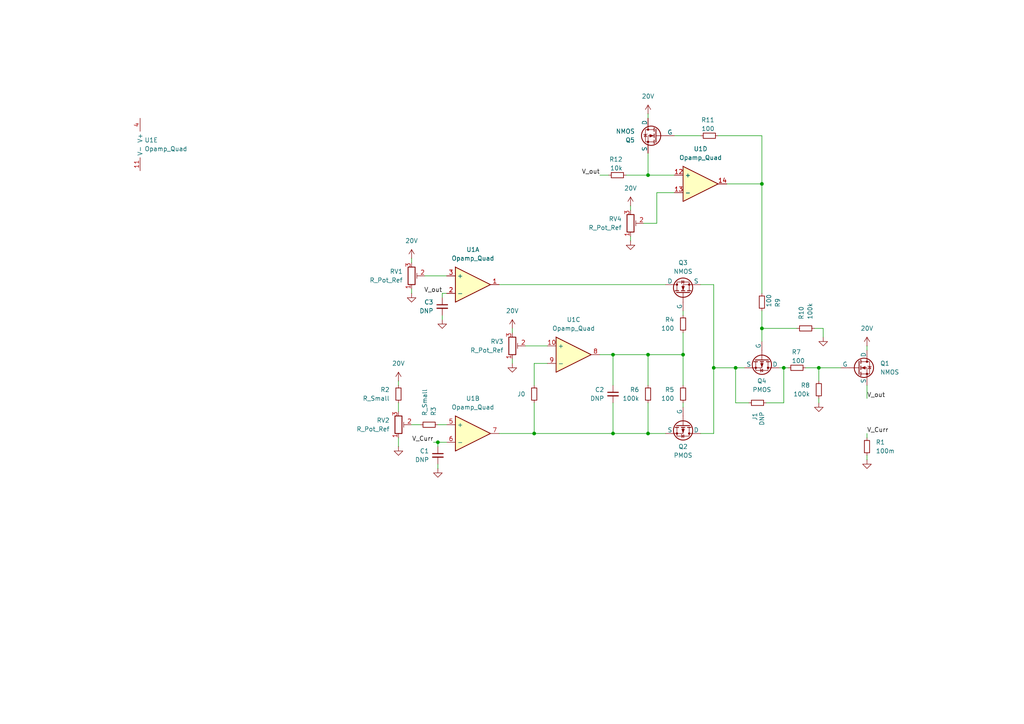
<source format=kicad_sch>
(kicad_sch (version 20231120) (generator "eeschema") (generator_version "8.0")
  (paper "A4")
  (lib_symbols
    (symbol "Device:C_Small" (pin_numbers hide) (pin_names (offset 0.254) hide)
      (property "Reference" "C" (at 0.254 1.778 0))
      (property "Value" "C_Small" (at 0.254 -2.032 0))
      (symbol "C_Small_0_1"
        (polyline (pts (xy -1.524 -0.508) (xy 1.524 -0.508)) (stroke (width 0.3302)))
        (polyline (pts (xy -1.524 0.508) (xy 1.524 0.508)) (stroke (width 0.3048)))
      )
      (symbol "C_Small_1_1"
        (pin passive line (at 0 2.54 270) (length 2.032) (name "~") (number "1"))
        (pin passive line (at 0 -2.54 90) (length 2.032) (name "~") (number "2"))
      )
    )
    (symbol "Device:Opamp_Quad"
      (property "Reference" "U" (at 0 5.08 0))
      (property "Value" "Opamp_Quad" (at 0 -5.08 0))
      (symbol "Opamp_Quad_1_1"
        (polyline (pts (xy -5.08 5.08) (xy 5.08 0) (xy -5.08 -5.08) (xy -5.08 5.08)) (stroke (width 0.254)) (fill (type background)))
        (pin output line (at 7.62 0 180) (length 2.54) (name "~") (number "1"))
        (pin input line (at -7.62 -2.54 0) (length 2.54) (name "-") (number "2"))
        (pin input line (at -7.62 2.54 0) (length 2.54) (name "+") (number "3"))
      )
      (symbol "Opamp_Quad_2_1"
        (polyline (pts (xy -5.08 5.08) (xy 5.08 0) (xy -5.08 -5.08) (xy -5.08 5.08)) (stroke (width 0.254)) (fill (type background)))
        (pin input line (at -7.62 2.54 0) (length 2.54) (name "+") (number "5"))
        (pin input line (at -7.62 -2.54 0) (length 2.54) (name "-") (number "6"))
        (pin output line (at 7.62 0 180) (length 2.54) (name "~") (number "7"))
      )
      (symbol "Opamp_Quad_3_1"
        (polyline (pts (xy -5.08 5.08) (xy 5.08 0) (xy -5.08 -5.08) (xy -5.08 5.08)) (stroke (width 0.254)) (fill (type background)))
        (pin input line (at -7.62 2.54 0) (length 2.54) (name "+") (number "10"))
        (pin output line (at 7.62 0 180) (length 2.54) (name "~") (number "8"))
        (pin input line (at -7.62 -2.54 0) (length 2.54) (name "-") (number "9"))
      )
      (symbol "Opamp_Quad_4_1"
        (polyline (pts (xy -5.08 5.08) (xy 5.08 0) (xy -5.08 -5.08) (xy -5.08 5.08)) (stroke (width 0.254)) (fill (type background)))
        (pin input line (at -7.62 2.54 0) (length 2.54) (name "+") (number "12"))
        (pin input line (at -7.62 -2.54 0) (length 2.54) (name "-") (number "13"))
        (pin output line (at 7.62 0 180) (length 2.54) (name "~") (number "14"))
      )
      (symbol "Opamp_Quad_5_1"
        (pin power_in line (at -2.54 -7.62 90) (length 3.81) (name "V-") (number "11"))
        (pin power_in line (at -2.54 7.62 270) (length 3.81) (name "V+") (number "4"))
      )
    )
    (symbol "Device:R_Potentiometer_Trim" (pin_names (offset 1.016) hide)
      (property "Reference" "RV" (at -4.445 0 90))
      (property "Value" "R_Potentiometer_Trim" (at -2.54 0 90))
      (symbol "R_Potentiometer_Trim_0_1"
        (polyline (pts (xy 1.524 0.762) (xy 1.524 -0.762)))
        (polyline (pts (xy 2.54 0) (xy 1.524 0)))
        (rectangle (start 1.016 2.54) (end -1.016 -2.54) (stroke (width 0.254)))
      )
      (symbol "R_Potentiometer_Trim_1_1"
        (pin passive line (at 0 3.81 270) (length 1.27) (name "1") (number "1"))
        (pin passive line (at 3.81 0 180) (length 1.27) (name "2") (number "2"))
        (pin passive line (at 0 -3.81 90) (length 1.27) (name "3") (number "3"))
      )
    )
    (symbol "Device:R_Small" (pin_numbers hide) (pin_names (offset 0.254) hide)
      (property "Reference" "R" (at 0.762 0.508 0))
      (property "Value" "R_Small" (at 0.762 -1.016 0))
      (symbol "R_Small_0_1"
        (rectangle (start -0.762 1.778) (end 0.762 -1.778) (stroke (width 0.2032)))
      )
      (symbol "R_Small_1_1"
        (pin passive line (at 0 2.54 270) (length 0.762) (name "~") (number "1"))
        (pin passive line (at 0 -2.54 90) (length 0.762) (name "~") (number "2"))
      )
    )
    (symbol "Simulation_SPICE:NMOS" (pin_numbers hide) (pin_names (offset 0))
      (property "Reference" "Q" (at 5.08 1.27 0))
      (property "Value" "NMOS" (at 5.08 -1.27 0))
      (symbol "NMOS_0_1"
        (polyline (pts (xy 0.254 0) (xy -2.54 0)))
        (polyline (pts (xy 0.254 1.905) (xy 0.254 -1.905)) (stroke (width 0.254)))
        (polyline (pts (xy 0.762 -1.27) (xy 0.762 -2.286)) (stroke (width 0.254)))
        (polyline (pts (xy 0.762 0.508) (xy 0.762 -0.508)) (stroke (width 0.254)))
        (polyline (pts (xy 0.762 2.286) (xy 0.762 1.27)) (stroke (width 0.254)))
        (polyline (pts (xy 2.54 2.54) (xy 2.54 1.778)))
        (polyline (pts (xy 2.54 -2.54) (xy 2.54 0) (xy 0.762 0)))
        (polyline (pts (xy 0.762 -1.778) (xy 3.302 -1.778) (xy 3.302 1.778) (xy 0.762 1.778)))
        (polyline (pts (xy 1.016 0) (xy 2.032 0.381) (xy 2.032 -0.381) (xy 1.016 0)) (fill (type outline)))
        (polyline (pts (xy 2.794 0.508) (xy 2.921 0.381) (xy 3.683 0.381) (xy 3.81 0.254)))
        (polyline (pts (xy 3.302 0.381) (xy 2.921 -0.254) (xy 3.683 -0.254) (xy 3.302 0.381)))
        (circle (center 1.651 0) (radius 2.794) (stroke (width 0.254)))
        (circle (center 2.54 -1.778) (radius 0.254) (fill (type outline)))
        (circle (center 2.54 1.778) (radius 0.254) (fill (type outline)))
      )
      (symbol "NMOS_1_1"
        (pin passive line (at 2.54 5.08 270) (length 2.54) (name "D") (number "1"))
        (pin input line (at -5.08 0 0) (length 2.54) (name "G") (number "2"))
        (pin passive line (at 2.54 -5.08 90) (length 2.54) (name "S") (number "3"))
      )
    )
    (symbol "Simulation_SPICE:PMOS" (pin_numbers hide) (pin_names (offset 0))
      (property "Reference" "Q" (at 5.08 1.27 0))
      (property "Value" "PMOS" (at 5.08 -1.27 0))
      (symbol "PMOS_0_1"
        (polyline (pts (xy 0.254 0) (xy -2.54 0)))
        (polyline (pts (xy 0.254 1.905) (xy 0.254 -1.905)) (stroke (width 0.254)))
        (polyline (pts (xy 0.762 -1.27) (xy 0.762 -2.286)) (stroke (width 0.254)))
        (polyline (pts (xy 0.762 0.508) (xy 0.762 -0.508)) (stroke (width 0.254)))
        (polyline (pts (xy 0.762 2.286) (xy 0.762 1.27)) (stroke (width 0.254)))
        (polyline (pts (xy 2.54 2.54) (xy 2.54 1.778)))
        (polyline (pts (xy 2.54 -2.54) (xy 2.54 0) (xy 0.762 0)))
        (polyline (pts (xy 0.762 1.778) (xy 3.302 1.778) (xy 3.302 -1.778) (xy 0.762 -1.778)))
        (polyline (pts (xy 2.286 0) (xy 1.27 0.381) (xy 1.27 -0.381) (xy 2.286 0)) (fill (type outline)))
        (polyline (pts (xy 2.794 -0.508) (xy 2.921 -0.381) (xy 3.683 -0.381) (xy 3.81 -0.254)))
        (polyline (pts (xy 3.302 -0.381) (xy 2.921 0.254) (xy 3.683 0.254) (xy 3.302 -0.381)))
        (circle (center 1.651 0) (radius 2.794) (stroke (width 0.254)))
        (circle (center 2.54 -1.778) (radius 0.254) (fill (type outline)))
        (circle (center 2.54 1.778) (radius 0.254) (fill (type outline)))
      )
      (symbol "PMOS_1_1"
        (pin passive line (at 2.54 5.08 270) (length 2.54) (name "D") (number "1"))
        (pin input line (at -5.08 0 0) (length 2.54) (name "G") (number "2"))
        (pin passive line (at 2.54 -5.08 90) (length 2.54) (name "S") (number "3"))
      )
    )
    (symbol "power:+1V0" (power) (pin_numbers hide) (pin_names (offset 0) hide)
      (property "Value" "+1V0" (at 0 3.556 0))
      (symbol "+1V0_0_1"
        (polyline (pts (xy -0.762 1.27) (xy 0 2.54)))
        (polyline (pts (xy 0 0) (xy 0 2.54)))
        (polyline (pts (xy 0 2.54) (xy 0.762 1.27)))
      )
      (symbol "+1V0_1_1"
        (pin power_in line (at 0 0 90) (length 0) (name "~") (number "1"))
      )
    )
    (symbol "power:GND" (power) (pin_numbers hide) (pin_names (offset 0) hide)
      (property "Value" "GND" (at 0 -3.81 0))
      (symbol "GND_0_1"
        (polyline (pts (xy 0 0) (xy 0 -1.27) (xy 1.27 -1.27) (xy 0 -2.54) (xy -1.27 -1.27) (xy 0 -1.27)))
      )
      (symbol "GND_1_1"
        (pin power_in line (at 0 0 270) (length 0) (name "~") (number "1"))
      )
    )
  )
  (junction (at 213.36 106.68))
  (junction (at 187.96 102.87))
  (junction (at 198.12 102.87))
  (junction (at 207.01 106.68))
  (junction (at 220.98 95.25))
  (junction (at 187.96 125.73))
  (junction (at 177.8 102.87))
  (junction (at 220.98 53.34))
  (junction (at 237.49 106.68))
  (junction (at 154.94 125.73))
  (junction (at 187.96 50.8))
  (junction (at 177.8 125.73))
  (junction (at 227.33 106.68))
  (junction (at 127 128.27))
  (wire (pts (xy 187.96 44.45) (xy 187.96 50.8)))
  (wire (pts (xy 128.27 85.09) (xy 128.27 86.36)))
  (wire (pts (xy 148.59 105.41) (xy 148.59 104.14)))
  (wire (pts (xy 128.27 85.09) (xy 129.54 85.09)))
  (wire (pts (xy 238.76 95.25) (xy 236.22 95.25)))
  (wire (pts (xy 187.96 33.02) (xy 187.96 34.29)))
  (wire (pts (xy 203.2 39.37) (xy 195.58 39.37)))
  (wire (pts (xy 154.94 116.84) (xy 154.94 125.73)))
  (wire (pts (xy 220.98 90.17) (xy 220.98 95.25)))
  (wire (pts (xy 154.94 105.41) (xy 154.94 111.76)))
  (wire (pts (xy 115.57 116.84) (xy 115.57 119.38)))
  (wire (pts (xy 198.12 91.44) (xy 198.12 90.17)))
  (wire (pts (xy 198.12 116.84) (xy 198.12 118.11)))
  (wire (pts (xy 158.75 105.41) (xy 154.94 105.41)))
  (wire (pts (xy 251.46 100.33) (xy 251.46 101.6)))
  (wire (pts (xy 193.04 125.73) (xy 187.96 125.73)))
  (wire (pts (xy 177.8 116.84) (xy 177.8 125.73)))
  (wire (pts (xy 213.36 116.84) (xy 213.36 106.68)))
  (wire (pts (xy 213.36 106.68) (xy 215.9 106.68)))
  (wire (pts (xy 233.68 106.68) (xy 237.49 106.68)))
  (wire (pts (xy 177.8 102.87) (xy 177.8 111.76)))
  (wire (pts (xy 227.33 106.68) (xy 228.6 106.68)))
  (wire (pts (xy 127 123.19) (xy 129.54 123.19)))
  (wire (pts (xy 198.12 102.87) (xy 198.12 111.76)))
  (wire (pts (xy 123.19 80.01) (xy 129.54 80.01)))
  (wire (pts (xy 251.46 133.35) (xy 251.46 132.08)))
  (wire (pts (xy 173.99 50.8) (xy 176.53 50.8)))
  (wire (pts (xy 144.78 125.73) (xy 154.94 125.73)))
  (wire (pts (xy 182.88 59.69) (xy 182.88 60.96)))
  (wire (pts (xy 226.06 106.68) (xy 227.33 106.68)))
  (wire (pts (xy 177.8 125.73) (xy 187.96 125.73)))
  (wire (pts (xy 173.99 102.87) (xy 177.8 102.87)))
  (wire (pts (xy 251.46 127) (xy 251.46 125.73)))
  (wire (pts (xy 181.61 50.8) (xy 187.96 50.8)))
  (wire (pts (xy 190.5 55.88) (xy 195.58 55.88)))
  (wire (pts (xy 237.49 115.57) (xy 237.49 116.84)))
  (wire (pts (xy 127 128.27) (xy 127 129.54)))
  (wire (pts (xy 187.96 125.73) (xy 187.96 116.84)))
  (wire (pts (xy 217.17 116.84) (xy 213.36 116.84)))
  (wire (pts (xy 128.27 92.71) (xy 128.27 91.44)))
  (wire (pts (xy 220.98 53.34) (xy 220.98 85.09)))
  (wire (pts (xy 220.98 95.25) (xy 231.14 95.25)))
  (wire (pts (xy 148.59 95.25) (xy 148.59 96.52)))
  (wire (pts (xy 220.98 39.37) (xy 208.28 39.37)))
  (wire (pts (xy 203.2 82.55) (xy 207.01 82.55)))
  (wire (pts (xy 220.98 53.34) (xy 210.82 53.34)))
  (wire (pts (xy 144.78 82.55) (xy 193.04 82.55)))
  (wire (pts (xy 207.01 106.68) (xy 207.01 125.73)))
  (wire (pts (xy 227.33 106.68) (xy 227.33 116.84)))
  (wire (pts (xy 115.57 129.54) (xy 115.57 127)))
  (wire (pts (xy 190.5 64.77) (xy 190.5 55.88)))
  (wire (pts (xy 127 134.62) (xy 127 135.89)))
  (wire (pts (xy 198.12 96.52) (xy 198.12 102.87)))
  (wire (pts (xy 207.01 82.55) (xy 207.01 106.68)))
  (wire (pts (xy 220.98 95.25) (xy 220.98 99.06)))
  (wire (pts (xy 190.5 64.77) (xy 186.69 64.77)))
  (wire (pts (xy 154.94 125.73) (xy 177.8 125.73)))
  (wire (pts (xy 119.38 123.19) (xy 121.92 123.19)))
  (wire (pts (xy 182.88 69.85) (xy 182.88 68.58)))
  (wire (pts (xy 237.49 110.49) (xy 237.49 106.68)))
  (wire (pts (xy 187.96 102.87) (xy 198.12 102.87)))
  (wire (pts (xy 127 128.27) (xy 125.73 128.27)))
  (wire (pts (xy 251.46 111.76) (xy 251.46 115.57)))
  (wire (pts (xy 220.98 39.37) (xy 220.98 53.34)))
  (wire (pts (xy 237.49 106.68) (xy 243.84 106.68)))
  (wire (pts (xy 115.57 110.49) (xy 115.57 111.76)))
  (wire (pts (xy 129.54 128.27) (xy 127 128.27)))
  (wire (pts (xy 227.33 116.84) (xy 222.25 116.84)))
  (wire (pts (xy 177.8 102.87) (xy 187.96 102.87)))
  (wire (pts (xy 238.76 97.79) (xy 238.76 95.25)))
  (wire (pts (xy 203.2 125.73) (xy 207.01 125.73)))
  (wire (pts (xy 152.4 100.33) (xy 158.75 100.33)))
  (wire (pts (xy 187.96 111.76) (xy 187.96 102.87)))
  (wire (pts (xy 207.01 106.68) (xy 213.36 106.68)))
  (wire (pts (xy 187.96 50.8) (xy 195.58 50.8)))
  (wire (pts (xy 119.38 85.09) (xy 119.38 83.82)))
  (wire (pts (xy 119.38 74.93) (xy 119.38 76.2)))
  (label "V_Curr" (at 125.73 128.27 180))
  (label "V_Curr" (at 251.46 125.73 0))
  (label "V_out" (at 173.99 50.8 180))
  (label "V_out" (at 128.27 85.09 180))
  (label "V_out" (at 251.46 115.57 0))
  (symbol (lib_id "power:GND") (at 251.46 133.35 0) (unit 1)
    (property "Reference" "#PWR03" (effects (hide yes)))
    (property "Value" "GND" (effects (hide yes)))
    (property "Description" "Power symbol creates a global label with name \"GND\" , ground" (effects (hide yes)))
  )
  (symbol (lib_id "Device:R_Potentiometer_Trim") (at 182.88 64.77 0) (mirror x) (unit 1)
    (property "Reference" "RV4" (at 180.34 63.4999 0) (effects (justify right)))
    (property "Value" "R_Pot_Ref" (at 180.34 66.0399 0) (effects (justify right)))
    (property "Description" "Trim-potentiometer" (effects (hide yes)))
  )
  (symbol (lib_id "Simulation_SPICE:PMOS") (at 198.12 123.19 270) (unit 1)
    (property "Reference" "Q2" (at 198.12 129.54 90))
    (property "Value" "PMOS" (at 198.12 132.08 90))
    (property "Datasheet" "https://ngspice.sourceforge.io/docs/ngspice-html-manual/manual.xhtml#cha_MOSFETs" (effects (hide yes)))
    (property "Description" "P-MOSFET transistor, drain/source/gate" (effects (hide yes)))
    (property "Sim.Device" "PMOS" (effects (hide yes)))
    (property "Sim.Type" "VDMOS" (effects (hide yes)))
    (property "Sim.Pins" "1=D 2=G 3=S" (effects (hide yes)))
  )
  (symbol (lib_id "power:GND") (at 127 135.89 0) (unit 1)
    (property "Reference" "#PWR04" (effects (hide yes)))
    (property "Value" "GND" (effects (hide yes)))
    (property "Description" "Power symbol creates a global label with name \"GND\" , ground" (effects (hide yes)))
  )
  (symbol (lib_id "power:+1V0") (at 182.88 59.69 0) (unit 1)
    (property "Reference" "#PWR012" (effects (hide yes)))
    (property "Value" "20V" (at 182.88 54.61 0))
    (property "Description" "Power symbol creates a global label with name \"+1V0\"" (effects (hide yes)))
  )
  (symbol (lib_id "Device:R_Small") (at 233.68 95.25 90) (unit 1)
    (property "Reference" "R10" (at 232.4099 92.71 0) (effects (justify left)))
    (property "Value" "100k" (at 234.9499 92.71 0) (effects (justify left)))
    (property "Footprint" "Resistor_SMD:R_0603_1608Metric" (effects (hide yes)))
    (property "Description" "Resistor, small symbol" (effects (hide yes)))
  )
  (symbol (lib_id "Device:R_Small") (at 251.46 129.54 0) (unit 1)
    (property "Reference" "R1" (at 254 128.2699 0) (effects (justify left)))
    (property "Value" "100m" (at 254 130.8099 0) (effects (justify left)))
    (property "Description" "Resistor, small symbol" (effects (hide yes)))
  )
  (symbol (lib_id "Simulation_SPICE:NMOS") (at 190.5 39.37 0) (mirror y) (unit 1)
    (property "Reference" "Q5" (at 184.15 40.6401 0) (effects (justify left)))
    (property "Value" "NMOS" (at 184.15 38.1001 0) (effects (justify left)))
    (property "Datasheet" "https://ngspice.sourceforge.io/docs/ngspice-html-manual/manual.xhtml#cha_MOSFETs" (effects (hide yes)))
    (property "Description" "N-MOSFET transistor, drain/source/gate" (effects (hide yes)))
    (property "Sim.Device" "NMOS" (effects (hide yes)))
    (property "Sim.Type" "VDMOS" (effects (hide yes)))
    (property "Sim.Pins" "1=D 2=G 3=S" (effects (hide yes)))
  )
  (symbol (lib_id "Simulation_SPICE:PMOS") (at 220.98 104.14 270) (unit 1)
    (property "Reference" "Q4" (at 220.98 110.49 90))
    (property "Value" "PMOS" (at 220.98 113.03 90))
    (property "Datasheet" "https://ngspice.sourceforge.io/docs/ngspice-html-manual/manual.xhtml#cha_MOSFETs" (effects (hide yes)))
    (property "Description" "P-MOSFET transistor, drain/source/gate" (effects (hide yes)))
    (property "Sim.Device" "PMOS" (effects (hide yes)))
    (property "Sim.Type" "VDMOS" (effects (hide yes)))
    (property "Sim.Pins" "1=D 2=G 3=S" (effects (hide yes)))
  )
  (symbol (lib_id "Device:C_Small") (at 177.8 114.3 0) (mirror y) (unit 1)
    (property "Reference" "C2" (at 175.26 113.0362 0) (effects (justify left)))
    (property "Value" "DNP" (at 175.26 115.5762 0) (effects (justify left)))
    (property "Footprint" "Capacitor_SMD:C_0603_1608Metric" (effects (hide yes)))
    (property "Description" "Unpolarized capacitor, small symbol" (effects (hide yes)))
  )
  (symbol (lib_id "Device:R_Small") (at 198.12 114.3 0) (mirror y) (unit 1)
    (property "Reference" "R5" (at 195.58 113.0299 0) (effects (justify left)))
    (property "Value" "100" (at 195.58 115.5699 0) (effects (justify left)))
    (property "Footprint" "Resistor_SMD:R_0603_1608Metric" (effects (hide yes)))
    (property "Description" "Resistor, small symbol" (effects (hide yes)))
  )
  (symbol (lib_id "Simulation_SPICE:NMOS") (at 248.92 106.68 0) (unit 1)
    (property "Reference" "Q1" (at 255.27 105.4099 0) (effects (justify left)))
    (property "Value" "NMOS" (at 255.27 107.9499 0) (effects (justify left)))
    (property "Datasheet" "https://ngspice.sourceforge.io/docs/ngspice-html-manual/manual.xhtml#cha_MOSFETs" (effects (hide yes)))
    (property "Description" "N-MOSFET transistor, drain/source/gate" (effects (hide yes)))
    (property "Sim.Device" "NMOS" (effects (hide yes)))
    (property "Sim.Type" "VDMOS" (effects (hide yes)))
    (property "Sim.Pins" "1=D 2=G 3=S" (effects (hide yes)))
  )
  (symbol (lib_id "Device:R_Small") (at 198.12 93.98 0) (mirror y) (unit 1)
    (property "Reference" "R4" (at 195.58 92.7099 0) (effects (justify left)))
    (property "Value" "100" (at 195.58 95.2499 0) (effects (justify left)))
    (property "Footprint" "Resistor_SMD:R_0603_1608Metric" (effects (hide yes)))
    (property "Description" "Resistor, small symbol" (effects (hide yes)))
  )
  (symbol (lib_id "power:GND") (at 238.76 97.79 0) (mirror y) (unit 1)
    (property "Reference" "#PWR014" (effects (hide yes)))
    (property "Value" "GND" (effects (hide yes)))
    (property "Description" "Power symbol creates a global label with name \"GND\" , ground" (effects (hide yes)))
  )
  (symbol (lib_id "Device:R_Small") (at 124.46 123.19 270) (mirror x) (unit 1)
    (property "Reference" "R3" (at 125.7301 120.65 0) (effects (justify left)))
    (property "Value" "R_Small" (at 123.1901 120.65 0) (effects (justify left)))
    (property "Footprint" "Resistor_SMD:R_0603_1608Metric" (effects (hide yes)))
    (property "Description" "Resistor, small symbol" (effects (hide yes)))
  )
  (symbol (lib_id "Device:C_Small") (at 127 132.08 0) (mirror y) (unit 1)
    (property "Reference" "C1" (at 124.46 130.8162 0) (effects (justify left)))
    (property "Value" "DNP" (at 124.46 133.3562 0) (effects (justify left)))
    (property "Footprint" "Capacitor_SMD:C_0603_1608Metric" (effects (hide yes)))
    (property "Description" "Unpolarized capacitor, small symbol" (effects (hide yes)))
  )
  (symbol (lib_id "power:GND") (at 119.38 85.09 0) (unit 1)
    (property "Reference" "#PWR02" (effects (hide yes)))
    (property "Value" "GND" (effects (hide yes)))
    (property "Description" "Power symbol creates a global label with name \"GND\" , ground" (effects (hide yes)))
  )
  (symbol (lib_id "Device:R_Small") (at 219.71 116.84 90) (mirror x) (unit 1)
    (property "Reference" "J1" (at 218.948 119.634 0) (effects (justify left)))
    (property "Value" "DNP" (at 220.9799 119.38 0) (effects (justify left)))
    (property "Footprint" "Resistor_SMD:R_0603_1608Metric" (effects (hide yes)))
    (property "Description" "Resistor, small symbol" (effects (hide yes)))
  )
  (symbol (lib_id "Device:R_Small") (at 115.57 114.3 0) (mirror y) (unit 1)
    (property "Reference" "R2" (at 113.03 113.0299 0) (effects (justify left)))
    (property "Value" "R_Small" (at 113.03 115.5699 0) (effects (justify left)))
    (property "Footprint" "Resistor_SMD:R_0603_1608Metric" (effects (hide yes)))
    (property "Description" "Resistor, small symbol" (effects (hide yes)))
  )
  (symbol (lib_id "Device:R_Small") (at 154.94 114.3 0) (mirror y) (unit 1)
    (property "Reference" "J0" (at 152.4 114.3 0) (effects (justify left)))
    (property "Value" "0" (effects (hide yes)))
    (property "Footprint" "Resistor_SMD:R_0603_1608Metric" (effects (hide yes)))
    (property "Description" "Resistor, small symbol" (effects (hide yes)))
  )
  (symbol (lib_id "power:GND") (at 182.88 69.85 0) (unit 1)
    (property "Reference" "#PWR013" (effects (hide yes)))
    (property "Value" "GND" (effects (hide yes)))
    (property "Description" "Power symbol creates a global label with name \"GND\" , ground" (effects (hide yes)))
  )
  (symbol (lib_id "Device:R_Small") (at 231.14 106.68 270) (mirror x) (unit 1)
    (property "Reference" "R7" (at 229.616 102.108 90) (effects (justify left)))
    (property "Value" "100" (at 229.616 104.648 90) (effects (justify left)))
    (property "Footprint" "Resistor_SMD:R_0603_1608Metric" (effects (hide yes)))
    (property "Description" "Resistor, small symbol" (effects (hide yes)))
  )
  (symbol (lib_id "power:+1V0") (at 251.46 100.33 0) (unit 1)
    (property "Reference" "#PWR011" (effects (hide yes)))
    (property "Value" "20V" (at 251.46 95.25 0))
    (property "Description" "Power symbol creates a global label with name \"+1V0\"" (effects (hide yes)))
  )
  (symbol (lib_id "Device:R_Potentiometer_Trim") (at 119.38 80.01 0) (mirror x) (unit 1)
    (property "Reference" "RV1" (at 116.84 78.7399 0) (effects (justify right)))
    (property "Value" "R_Pot_Ref" (at 116.84 81.2799 0) (effects (justify right)))
    (property "Description" "Trim-potentiometer" (effects (hide yes)))
  )
  (symbol (lib_id "Device:Opamp_Quad") (at 203.2 53.34 0) (unit 4)
    (property "Reference" "U1" (at 203.2 43.18 0))
    (property "Value" "Opamp_Quad" (at 203.2 45.72 0))
    (property "Footprint" "Package_SO:TSSOP-14_4.4x5mm_P0.65mm" (effects (hide yes)))
    (property "Description" "Quad operational amplifier" (effects (hide yes)))
    (property "Sim.Library" "${KICAD7_SYMBOL_DIR}/Simulation_SPICE.sp" (effects (hide yes)))
    (property "Sim.Name" "kicad_builtin_opamp_quad" (effects (hide yes)))
    (property "Sim.Device" "SUBCKT" (effects (hide yes)))
    (property "Sim.Pins" "1=out1 2=in1- 3=in1+ 4=vcc 5=in2+ 6=in2- 7=out2 8=out3 9=in3- 10=in3+ 11=vee 12=in4+ 13=in4- 14=out4" (effects (hide yes)))
  )
  (symbol (lib_id "Device:Opamp_Quad") (at 137.16 125.73 0) (unit 2)
    (property "Reference" "U1" (at 137.16 115.57 0))
    (property "Value" "Opamp_Quad" (at 137.16 118.11 0))
    (property "Footprint" "Package_SO:TSSOP-14_4.4x5mm_P0.65mm" (effects (hide yes)))
    (property "Description" "Quad operational amplifier" (effects (hide yes)))
    (property "Sim.Library" "${KICAD7_SYMBOL_DIR}/Simulation_SPICE.sp" (effects (hide yes)))
    (property "Sim.Name" "kicad_builtin_opamp_quad" (effects (hide yes)))
    (property "Sim.Device" "SUBCKT" (effects (hide yes)))
    (property "Sim.Pins" "1=out1 2=in1- 3=in1+ 4=vcc 5=in2+ 6=in2- 7=out2 8=out3 9=in3- 10=in3+ 11=vee 12=in4+ 13=in4- 14=out4" (effects (hide yes)))
  )
  (symbol (lib_id "Device:Opamp_Quad") (at 43.18 41.91 0) (unit 5)
    (property "Reference" "U1" (at 41.91 40.6399 0) (effects (justify left)))
    (property "Value" "Opamp_Quad" (at 41.91 43.1799 0) (effects (justify left)))
    (property "Footprint" "Package_SO:TSSOP-14_4.4x5mm_P0.65mm" (effects (hide yes)))
    (property "Description" "Quad operational amplifier" (effects (hide yes)))
    (property "Sim.Library" "${KICAD7_SYMBOL_DIR}/Simulation_SPICE.sp" (effects (hide yes)))
    (property "Sim.Name" "kicad_builtin_opamp_quad" (effects (hide yes)))
    (property "Sim.Device" "SUBCKT" (effects (hide yes)))
    (property "Sim.Pins" "1=out1 2=in1- 3=in1+ 4=vcc 5=in2+ 6=in2- 7=out2 8=out3 9=in3- 10=in3+ 11=vee 12=in4+ 13=in4- 14=out4" (effects (hide yes)))
  )
  (symbol (lib_id "Device:R_Potentiometer_Trim") (at 148.59 100.33 0) (mirror x) (unit 1)
    (property "Reference" "RV3" (at 146.05 99.0599 0) (effects (justify right)))
    (property "Value" "R_Pot_Ref" (at 146.05 101.5999 0) (effects (justify right)))
    (property "Description" "Trim-potentiometer" (effects (hide yes)))
  )
  (symbol (lib_id "power:GND") (at 148.59 105.41 0) (unit 1)
    (property "Reference" "#PWR09" (effects (hide yes)))
    (property "Value" "GND" (effects (hide yes)))
    (property "Description" "Power symbol creates a global label with name \"GND\" , ground" (effects (hide yes)))
  )
  (symbol (lib_id "Simulation_SPICE:NMOS") (at 198.12 85.09 90) (unit 1)
    (property "Reference" "Q3" (at 198.12 76.2 90))
    (property "Value" "NMOS" (at 198.12 78.74 90))
    (property "Datasheet" "https://ngspice.sourceforge.io/docs/ngspice-html-manual/manual.xhtml#cha_MOSFETs" (effects (hide yes)))
    (property "Description" "N-MOSFET transistor, drain/source/gate" (effects (hide yes)))
    (property "Sim.Device" "NMOS" (effects (hide yes)))
    (property "Sim.Type" "VDMOS" (effects (hide yes)))
    (property "Sim.Pins" "1=D 2=G 3=S" (effects (hide yes)))
  )
  (symbol (lib_id "Device:R_Small") (at 179.07 50.8 90) (unit 1)
    (property "Reference" "R12" (at 180.594 46.228 90) (effects (justify left)))
    (property "Value" "10k" (at 180.594 48.768 90) (effects (justify left)))
    (property "Footprint" "Resistor_SMD:R_0603_1608Metric" (effects (hide yes)))
    (property "Description" "Resistor, small symbol" (effects (hide yes)))
  )
  (symbol (lib_id "Device:R_Small") (at 220.98 87.63 0) (unit 1)
    (property "Reference" "R9" (at 225.552 89.154 90) (effects (justify left)))
    (property "Value" "100" (at 223.012 89.154 90) (effects (justify left)))
    (property "Footprint" "Resistor_SMD:R_0603_1608Metric" (effects (hide yes)))
    (property "Description" "Resistor, small symbol" (effects (hide yes)))
  )
  (symbol (lib_id "Device:R_Small") (at 237.49 113.03 0) (mirror y) (unit 1)
    (property "Reference" "R8" (at 234.95 111.7599 0) (effects (justify left)))
    (property "Value" "100k" (at 234.95 114.2999 0) (effects (justify left)))
    (property "Footprint" "Resistor_SMD:R_0603_1608Metric" (effects (hide yes)))
    (property "Description" "Resistor, small symbol" (effects (hide yes)))
  )
  (symbol (lib_id "Device:C_Small") (at 128.27 88.9 0) (mirror y) (unit 1)
    (property "Reference" "C3" (at 125.73 87.6362 0) (effects (justify left)))
    (property "Value" "DNP" (at 125.73 90.1762 0) (effects (justify left)))
    (property "Footprint" "Capacitor_SMD:C_0603_1608Metric" (effects (hide yes)))
    (property "Description" "Unpolarized capacitor, small symbol" (effects (hide yes)))
  )
  (symbol (lib_id "power:GND") (at 237.49 116.84 0) (unit 1)
    (property "Reference" "#PWR010" (effects (hide yes)))
    (property "Value" "GND" (effects (hide yes)))
    (property "Description" "Power symbol creates a global label with name \"GND\" , ground" (effects (hide yes)))
  )
  (symbol (lib_id "power:GND") (at 128.27 92.71 0) (unit 1)
    (property "Reference" "#PWR07" (effects (hide yes)))
    (property "Value" "GND" (effects (hide yes)))
    (property "Description" "Power symbol creates a global label with name \"GND\" , ground" (effects (hide yes)))
  )
  (symbol (lib_id "Device:R_Small") (at 187.96 114.3 0) (mirror y) (unit 1)
    (property "Reference" "R6" (at 185.42 113.0299 0) (effects (justify left)))
    (property "Value" "100k" (at 185.42 115.5699 0) (effects (justify left)))
    (property "Footprint" "Resistor_SMD:R_0603_1608Metric" (effects (hide yes)))
    (property "Description" "Resistor, small symbol" (effects (hide yes)))
  )
  (symbol (lib_id "power:+1V0") (at 187.96 33.02 0) (unit 1)
    (property "Reference" "#PWR015" (effects (hide yes)))
    (property "Value" "20V" (at 187.96 27.94 0))
    (property "Description" "Power symbol creates a global label with name \"+1V0\"" (effects (hide yes)))
  )
  (symbol (lib_id "Device:Opamp_Quad") (at 137.16 82.55 0) (unit 1)
    (property "Reference" "U1" (at 137.16 72.39 0))
    (property "Value" "Opamp_Quad" (at 137.16 74.93 0))
    (property "Footprint" "Package_SO:TSSOP-14_4.4x5mm_P0.65mm" (effects (hide yes)))
    (property "Description" "Quad operational amplifier" (effects (hide yes)))
    (property "Sim.Library" "${KICAD7_SYMBOL_DIR}/Simulation_SPICE.sp" (effects (hide yes)))
    (property "Sim.Name" "kicad_builtin_opamp_quad" (effects (hide yes)))
    (property "Sim.Device" "SUBCKT" (effects (hide yes)))
    (property "Sim.Pins" "1=out1 2=in1- 3=in1+ 4=vcc 5=in2+ 6=in2- 7=out2 8=out3 9=in3- 10=in3+ 11=vee 12=in4+ 13=in4- 14=out4" (effects (hide yes)))
  )
  (symbol (lib_id "power:+1V0") (at 115.57 110.49 0) (unit 1)
    (property "Reference" "#PWR06" (effects (hide yes)))
    (property "Value" "20V" (at 115.57 105.41 0))
    (property "Description" "Power symbol creates a global label with name \"+1V0\"" (effects (hide yes)))
  )
  (symbol (lib_id "power:GND") (at 115.57 129.54 0) (unit 1)
    (property "Reference" "#PWR05" (effects (hide yes)))
    (property "Value" "GND" (effects (hide yes)))
    (property "Description" "Power symbol creates a global label with name \"GND\" , ground" (effects (hide yes)))
  )
  (symbol (lib_id "Device:R_Potentiometer_Trim") (at 115.57 123.19 0) (mirror x) (unit 1)
    (property "Reference" "RV2" (at 113.03 121.9199 0) (effects (justify right)))
    (property "Value" "R_Pot_Ref" (at 113.03 124.4599 0) (effects (justify right)))
    (property "Description" "Trim-potentiometer" (effects (hide yes)))
  )
  (symbol (lib_id "power:+1V0") (at 148.59 95.25 0) (unit 1)
    (property "Reference" "#PWR08" (effects (hide yes)))
    (property "Value" "20V" (at 148.59 90.17 0))
    (property "Description" "Power symbol creates a global label with name \"+1V0\"" (effects (hide yes)))
  )
  (symbol (lib_id "Device:Opamp_Quad") (at 166.37 102.87 0) (unit 3)
    (property "Reference" "U1" (at 166.37 92.71 0))
    (property "Value" "Opamp_Quad" (at 166.37 95.25 0))
    (property "Footprint" "Package_SO:TSSOP-14_4.4x5mm_P0.65mm" (effects (hide yes)))
    (property "Description" "Quad operational amplifier" (effects (hide yes)))
    (property "Sim.Library" "${KICAD7_SYMBOL_DIR}/Simulation_SPICE.sp" (effects (hide yes)))
    (property "Sim.Name" "kicad_builtin_opamp_quad" (effects (hide yes)))
    (property "Sim.Device" "SUBCKT" (effects (hide yes)))
    (property "Sim.Pins" "1=out1 2=in1- 3=in1+ 4=vcc 5=in2+ 6=in2- 7=out2 8=out3 9=in3- 10=in3+ 11=vee 12=in4+ 13=in4- 14=out4" (effects (hide yes)))
  )
  (symbol (lib_id "power:+1V0") (at 119.38 74.93 0) (unit 1)
    (property "Reference" "#PWR01" (effects (hide yes)))
    (property "Value" "20V" (at 119.38 69.85 0))
    (property "Description" "Power symbol creates a global label with name \"+1V0\"" (effects (hide yes)))
  )
  (symbol (lib_id "Device:R_Small") (at 205.74 39.37 90) (unit 1)
    (property "Reference" "R11" (at 207.264 34.798 90) (effects (justify left)))
    (property "Value" "100" (at 207.264 37.338 90) (effects (justify left)))
    (property "Footprint" "Resistor_SMD:R_0603_1608Metric" (effects (hide yes)))
    (property "Description" "Resistor, small symbol" (effects (hide yes)))
  )
)
</source>
